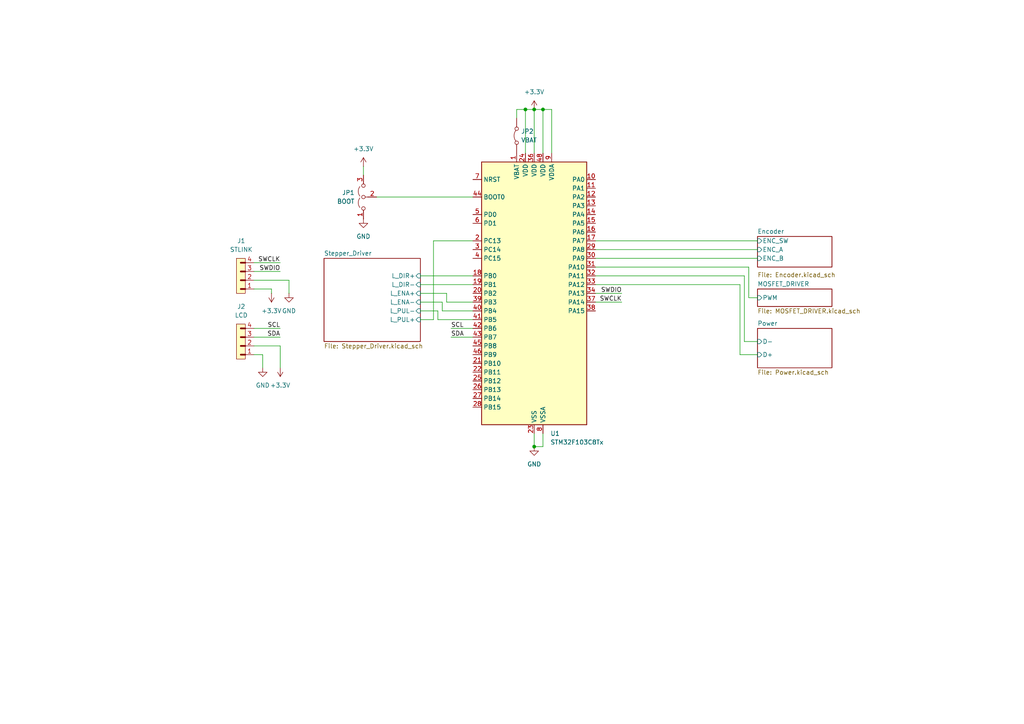
<source format=kicad_sch>
(kicad_sch (version 20250114) (generator "eeschema") (generator_version "9.0")
  (paper "A4")
  (title_block (title "Power"))
  (lib_symbols
    (symbol "Jumper:Jumper_2_Bridged" (pin_numbers (hide yes)) (pin_names (offset 0) (hide yes))
      (property "Reference" "JP" (at 0 1.905 0))
      (property "Value" "Jumper_2_Bridged" (at 0 -2.54 0))
      (symbol "Jumper_2_Bridged_0_0"
        (circle (center -2.032 0) (radius 0.508))
        (circle (center 2.032 0) (radius 0.508))
      )
      (symbol "Jumper_2_Bridged_0_1"
        (arc (start -1.524 0.254) (mid 0 0.762) (end 1.524 0.254))
      )
      (symbol "Jumper_2_Bridged_1_1"
        (pin passive line (at -5.08 0 0) (length 2.54) (name "A") (number "1"))
        (pin passive line (at 5.08 0 180) (length 2.54) (name "B") (number "2"))
      )
    )
    (symbol "Jumper:Jumper_3_Open" (pin_names (offset 0) (hide yes)) (in_bom no)
      (property "Reference" "JP" (at -2.54 -2.54 0))
      (property "Value" "Jumper_3_Open" (at 0 2.794 0))
      (symbol "Jumper_3_Open_0_0"
        (circle (center -3.302 0) (radius 0.508))
        (circle (center 0 0) (radius 0.508))
        (circle (center 3.302 0) (radius 0.508))
      )
      (symbol "Jumper_3_Open_0_1"
        (arc (start -3.048 1.016) (mid -1.651 1.4992) (end -0.254 1.016))
        (polyline (pts (xy 0 -0.508) (xy 0 -1.27)))
        (arc (start 0.254 1.016) (mid 1.651 1.4992) (end 3.048 1.016))
      )
      (symbol "Jumper_3_Open_1_1"
        (pin passive line (at -6.35 0 0) (length 2.54) (name "A") (number "1"))
        (pin passive line (at 0 -3.81 90) (length 2.54) (name "C") (number "2"))
        (pin passive line (at 6.35 0 180) (length 2.54) (name "B") (number "3"))
      )
    )
    (symbol "MCU_ST_STM32F1:STM32F103C8Tx"
      (property "Reference" "U" (at -15.24 39.37 0))
      (property "Value" "STM32F103C8Tx" (at 7.62 39.37 0))
      (symbol "STM32F103C8Tx_0_1"
        (rectangle (start -15.24 -38.1) (end 15.24 38.1) (stroke (width 0.254)) (fill (type background)))
      )
      (symbol "STM32F103C8Tx_1_1"
        (pin input line (at -17.78 33.02 0) (length 2.54) (name "NRST") (number "7"))
        (pin input line (at -17.78 27.94 0) (length 2.54) (name "BOOT0") (number "44"))
        (pin bidirectional line (at -17.78 22.86 0) (length 2.54) (name "PD0") (number "5"))
        (pin bidirectional line (at -17.78 20.32 0) (length 2.54) (name "PD1") (number "6"))
        (pin bidirectional line (at -17.78 15.24 0) (length 2.54) (name "PC13") (number "2"))
        (pin bidirectional line (at -17.78 12.7 0) (length 2.54) (name "PC14") (number "3"))
        (pin bidirectional line (at -17.78 10.16 0) (length 2.54) (name "PC15") (number "4"))
        (pin bidirectional line (at -17.78 5.08 0) (length 2.54) (name "PB0") (number "18"))
        (pin bidirectional line (at -17.78 2.54 0) (length 2.54) (name "PB1") (number "19"))
        (pin bidirectional line (at -17.78 0 0) (length 2.54) (name "PB2") (number "20"))
        (pin bidirectional line (at -17.78 -2.54 0) (length 2.54) (name "PB3") (number "39"))
        (pin bidirectional line (at -17.78 -5.08 0) (length 2.54) (name "PB4") (number "40"))
        (pin bidirectional line (at -17.78 -7.62 0) (length 2.54) (name "PB5") (number "41"))
        (pin bidirectional line (at -17.78 -10.16 0) (length 2.54) (name "PB6") (number "42"))
        (pin bidirectional line (at -17.78 -12.7 0) (length 2.54) (name "PB7") (number "43"))
        (pin bidirectional line (at -17.78 -15.24 0) (length 2.54) (name "PB8") (number "45"))
        (pin bidirectional line (at -17.78 -17.78 0) (length 2.54) (name "PB9") (number "46"))
        (pin bidirectional line (at -17.78 -20.32 0) (length 2.54) (name "PB10") (number "21"))
        (pin bidirectional line (at -17.78 -22.86 0) (length 2.54) (name "PB11") (number "22"))
        (pin bidirectional line (at -17.78 -25.4 0) (length 2.54) (name "PB12") (number "25"))
        (pin bidirectional line (at -17.78 -27.94 0) (length 2.54) (name "PB13") (number "26"))
        (pin bidirectional line (at -17.78 -30.48 0) (length 2.54) (name "PB14") (number "27"))
        (pin bidirectional line (at -17.78 -33.02 0) (length 2.54) (name "PB15") (number "28"))
        (pin power_in line (at -5.08 40.64 270) (length 2.54) (name "VBAT") (number "1"))
        (pin power_in line (at -2.54 40.64 270) (length 2.54) (name "VDD") (number "24"))
        (pin power_in line (at 0 40.64 270) (length 2.54) (name "VDD") (number "36"))
        (pin power_in line (at 0 -40.64 90) (length 2.54) (name "VSS") (number "23"))
        (pin passive line (at 0 -40.64 90) (length 2.54) (hide yes) (name "VSS") (number "35"))
        (pin passive line (at 0 -40.64 90) (length 2.54) (hide yes) (name "VSS") (number "47"))
        (pin power_in line (at 2.54 40.64 270) (length 2.54) (name "VDD") (number "48"))
        (pin power_in line (at 2.54 -40.64 90) (length 2.54) (name "VSSA") (number "8"))
        (pin power_in line (at 5.08 40.64 270) (length 2.54) (name "VDDA") (number "9"))
        (pin bidirectional line (at 17.78 33.02 180) (length 2.54) (name "PA0") (number "10"))
        (pin bidirectional line (at 17.78 30.48 180) (length 2.54) (name "PA1") (number "11"))
        (pin bidirectional line (at 17.78 27.94 180) (length 2.54) (name "PA2") (number "12"))
        (pin bidirectional line (at 17.78 25.4 180) (length 2.54) (name "PA3") (number "13"))
        (pin bidirectional line (at 17.78 22.86 180) (length 2.54) (name "PA4") (number "14"))
        (pin bidirectional line (at 17.78 20.32 180) (length 2.54) (name "PA5") (number "15"))
        (pin bidirectional line (at 17.78 17.78 180) (length 2.54) (name "PA6") (number "16"))
        (pin bidirectional line (at 17.78 15.24 180) (length 2.54) (name "PA7") (number "17"))
        (pin bidirectional line (at 17.78 12.7 180) (length 2.54) (name "PA8") (number "29"))
        (pin bidirectional line (at 17.78 10.16 180) (length 2.54) (name "PA9") (number "30"))
        (pin bidirectional line (at 17.78 7.62 180) (length 2.54) (name "PA10") (number "31"))
        (pin bidirectional line (at 17.78 5.08 180) (length 2.54) (name "PA11") (number "32"))
        (pin bidirectional line (at 17.78 2.54 180) (length 2.54) (name "PA12") (number "33"))
        (pin bidirectional line (at 17.78 0 180) (length 2.54) (name "PA13") (number "34"))
        (pin bidirectional line (at 17.78 -2.54 180) (length 2.54) (name "PA14") (number "37"))
        (pin bidirectional line (at 17.78 -5.08 180) (length 2.54) (name "PA15") (number "38"))
      )
    )
    (symbol "PCM_SL_Pin_Headers:PINHD_1x4_Male"
      (property "Reference" "J" (at 0 8.89 0))
      (property "Value" "PINHD_1x4_Male" (at 0 6.35 0))
      (symbol "PINHD_1x4_Male_0_1"
        (rectangle (start -1.27 5.08) (end 1.27 -5.08) (fill (type background)))
        (polyline (pts (xy -1.27 3.81) (xy 0 3.81)) (stroke (width 0.3)))
        (polyline (pts (xy -1.27 3.81) (xy 0 3.81)) (stroke (width 0.5)))
        (polyline (pts (xy -1.27 1.27) (xy 0 1.27)) (stroke (width 0.3)))
        (polyline (pts (xy -1.27 1.27) (xy 0 1.27)) (stroke (width 0.5)))
        (polyline (pts (xy -1.27 -1.27) (xy 0 -1.27)) (stroke (width 0.3)))
        (polyline (pts (xy -1.27 -1.27) (xy 0 -1.27)) (stroke (width 0.5)))
        (polyline (pts (xy -1.27 -3.81) (xy 0 -3.81)) (stroke (width 0.3)))
        (polyline (pts (xy -1.27 -3.81) (xy 0 -3.81)) (stroke (width 0.5)))
      )
      (symbol "PINHD_1x4_Male_1_1"
        (pin passive line (at -3.81 3.81 0) (length 2.54) (name "") (number "1"))
        (pin passive line (at -3.81 1.27 0) (length 2.54) (name "") (number "2"))
        (pin passive line (at -3.81 -1.27 0) (length 2.54) (name "") (number "3"))
        (pin passive line (at -3.81 -3.81 0) (length 2.54) (name "") (number "4"))
      )
    )
    (symbol "power:+3.3V" (power) (pin_numbers (hide yes)) (pin_names (offset 0) (hide yes))
      (property "Value" "+3.3V" (at 0 3.556 0))
      (symbol "+3.3V_0_1"
        (polyline (pts (xy -0.762 1.27) (xy 0 2.54)))
        (polyline (pts (xy 0 2.54) (xy 0.762 1.27)))
        (polyline (pts (xy 0 0) (xy 0 2.54)))
      )
      (symbol "+3.3V_1_1"
        (pin power_in line (at 0 0 90) (length 0) (name "~") (number "1"))
      )
    )
    (symbol "power:GND" (power) (pin_numbers (hide yes)) (pin_names (offset 0) (hide yes))
      (property "Value" "GND" (at 0 -3.81 0))
      (symbol "GND_0_1"
        (polyline (pts (xy 0 0) (xy 0 -1.27) (xy 1.27 -1.27) (xy 0 -2.54) (xy -1.27 -1.27) (xy 0 -1.27)))
      )
      (symbol "GND_1_1"
        (pin power_in line (at 0 0 270) (length 0) (name "~") (number "1"))
      )
    )
  )
  (junction (at 157.48 31.75))
  (junction (at 154.94 31.75))
  (junction (at 152.4 31.75))
  (junction (at 154.94 129.54))
  (wire (pts (xy 172.72 74.93) (xy 219.71 74.93)))
  (wire (pts (xy 149.86 31.75) (xy 152.4 31.75)))
  (wire (pts (xy 121.92 80.01) (xy 137.16 80.01)))
  (wire (pts (xy 157.48 31.75) (xy 154.94 31.75)))
  (wire (pts (xy 125.73 69.85) (xy 137.16 69.85)))
  (wire (pts (xy 172.72 72.39) (xy 219.71 72.39)))
  (wire (pts (xy 81.28 106.68) (xy 81.28 100.33)))
  (wire (pts (xy 129.54 85.09) (xy 129.54 87.63)))
  (wire (pts (xy 83.82 81.28) (xy 73.66 81.28)))
  (wire (pts (xy 129.54 87.63) (xy 137.16 87.63)))
  (wire (pts (xy 121.92 85.09) (xy 129.54 85.09)))
  (wire (pts (xy 217.17 86.36) (xy 219.71 86.36)))
  (wire (pts (xy 217.17 77.47) (xy 217.17 86.36)))
  (wire (pts (xy 157.48 31.75) (xy 157.48 44.45)))
  (wire (pts (xy 149.86 34.29) (xy 149.86 31.75)))
  (wire (pts (xy 160.02 44.45) (xy 160.02 31.75)))
  (wire (pts (xy 109.22 57.15) (xy 137.16 57.15)))
  (wire (pts (xy 172.72 69.85) (xy 219.71 69.85)))
  (wire (pts (xy 81.28 97.79) (xy 73.66 97.79)))
  (wire (pts (xy 130.81 95.25) (xy 137.16 95.25)))
  (wire (pts (xy 127 92.71) (xy 127 90.17)))
  (wire (pts (xy 157.48 129.54) (xy 154.94 129.54)))
  (wire (pts (xy 219.71 102.87) (xy 214.63 102.87)))
  (wire (pts (xy 83.82 85.09) (xy 83.82 81.28)))
  (wire (pts (xy 160.02 31.75) (xy 157.48 31.75)))
  (wire (pts (xy 73.66 100.33) (xy 81.28 100.33)))
  (wire (pts (xy 76.2 106.68) (xy 76.2 102.87)))
  (wire (pts (xy 128.27 87.63) (xy 128.27 90.17)))
  (wire (pts (xy 152.4 44.45) (xy 152.4 31.75)))
  (wire (pts (xy 127 90.17) (xy 121.92 90.17)))
  (wire (pts (xy 217.17 77.47) (xy 172.72 77.47)))
  (wire (pts (xy 172.72 87.63) (xy 180.34 87.63)))
  (wire (pts (xy 105.41 48.26) (xy 105.41 50.8)))
  (wire (pts (xy 215.9 99.06) (xy 219.71 99.06)))
  (wire (pts (xy 73.66 76.2) (xy 81.28 76.2)))
  (wire (pts (xy 214.63 102.87) (xy 214.63 82.55)))
  (wire (pts (xy 215.9 80.01) (xy 215.9 99.06)))
  (wire (pts (xy 172.72 85.09) (xy 180.34 85.09)))
  (wire (pts (xy 76.2 102.87) (xy 73.66 102.87)))
  (wire (pts (xy 121.92 87.63) (xy 128.27 87.63)))
  (wire (pts (xy 154.94 125.73) (xy 154.94 129.54)))
  (wire (pts (xy 78.74 83.82) (xy 78.74 85.09)))
  (wire (pts (xy 172.72 80.01) (xy 215.9 80.01)))
  (wire (pts (xy 121.92 92.71) (xy 125.73 92.71)))
  (wire (pts (xy 121.92 82.55) (xy 137.16 82.55)))
  (wire (pts (xy 157.48 125.73) (xy 157.48 129.54)))
  (wire (pts (xy 137.16 92.71) (xy 127 92.71)))
  (wire (pts (xy 214.63 82.55) (xy 172.72 82.55)))
  (wire (pts (xy 73.66 78.74) (xy 81.28 78.74)))
  (wire (pts (xy 125.73 92.71) (xy 125.73 69.85)))
  (wire (pts (xy 128.27 90.17) (xy 137.16 90.17)))
  (wire (pts (xy 78.74 83.82) (xy 73.66 83.82)))
  (wire (pts (xy 154.94 31.75) (xy 154.94 44.45)))
  (wire (pts (xy 130.81 97.79) (xy 137.16 97.79)))
  (wire (pts (xy 152.4 31.75) (xy 154.94 31.75)))
  (wire (pts (xy 81.28 95.25) (xy 73.66 95.25)))
  (label "SDA" (at 130.81 97.79 0))
  (label "SWDIO" (at 81.28 78.74 180))
  (label "SWDIO" (at 180.34 85.09 180))
  (label "SWCLK" (at 81.28 76.2 180))
  (label "SDA" (at 81.28 97.79 180))
  (label "SCL" (at 81.28 95.25 180))
  (label "SCL" (at 130.81 95.25 0))
  (label "SWCLK" (at 180.34 87.63 180))
  (symbol (lib_id "power:GND") (at 105.41 63.5 0) (unit 1)
    (property "Reference" "#PWR08" (effects (hide yes)))
    (property "Value" "GND" (at 105.41 68.58 0))
    (property "Description" "Power symbol creates a global label with name \"GND\" , ground" (effects (hide yes)))
  )
  (symbol (lib_id "PCM_SL_Pin_Headers:PINHD_1x4_Male") (at 69.85 80.01 180) (unit 1)
    (property "Reference" "J1" (at 69.975 69.85 0))
    (property "Value" "STLINK" (at 69.975 72.39 0))
    (property "Footprint" "Connector_PinHeader_2.54mm:PinHeader_1x04_P2.54mm_Vertical" (effects (hide yes)))
    (property "Description" "Pin Header male with pin space 2.54mm. Pin Count -4" (effects (hide yes)))
  )
  (symbol (lib_id "power:+3.3V") (at 78.74 85.09 180) (unit 1)
    (property "Reference" "#PWR02" (effects (hide yes)))
    (property "Value" "+3.3V" (at 78.74 90.17 0))
    (property "Description" "Power symbol creates a global label with name \"+3.3V\"" (effects (hide yes)))
  )
  (symbol (lib_id "Jumper:Jumper_2_Bridged") (at 149.86 39.37 90) (unit 1)
    (property "Reference" "JP2" (at 151.13 38.0999 90) (effects (justify right)))
    (property "Value" "VBAT" (at 151.13 40.6399 90) (effects (justify right)))
    (property "Footprint" "PCM_4ms_SolderJumper:JUMPER_SMD_1x2" (effects (hide yes)))
    (property "Description" "Jumper, 2-pole, closed/bridged" (effects (hide yes)))
  )
  (symbol (lib_id "PCM_SL_Pin_Headers:PINHD_1x4_Male") (at 69.85 99.06 180) (unit 1)
    (property "Reference" "J2" (at 69.975 88.9 0))
    (property "Value" "LCD" (at 69.975 91.44 0))
    (property "Footprint" "Connector_PinHeader_2.54mm:PinHeader_1x04_P2.54mm_Vertical" (effects (hide yes)))
    (property "Description" "Pin Header male with pin space 2.54mm. Pin Count -4" (effects (hide yes)))
  )
  (symbol (lib_id "power:GND") (at 154.94 129.54 0) (unit 1)
    (property "Reference" "#PWR06" (effects (hide yes)))
    (property "Value" "GND" (at 154.94 134.62 0))
    (property "Description" "Power symbol creates a global label with name \"GND\" , ground" (effects (hide yes)))
  )
  (symbol (lib_id "MCU_ST_STM32F1:STM32F103C8Tx") (at 154.94 85.09 0) (unit 1)
    (property "Reference" "U1" (at 159.6233 125.73 0) (effects (justify left)))
    (property "Value" "STM32F103C8Tx" (at 159.6233 128.27 0) (effects (justify left)))
    (property "Footprint" "Package_QFP:LQFP-48_7x7mm_P0.5mm" (effects (hide yes)))
    (property "Datasheet" "https://www.st.com/resource/en/datasheet/stm32f103c8.pdf" (effects (hide yes)))
    (property "Description" "STMicroelectronics Arm Cortex-M3 MCU, 64KB flash, 20KB RAM, 72 MHz, 2.0-3.6V, 37 GPIO, LQFP48" (effects (hide yes)))
  )
  (symbol (lib_id "power:GND") (at 83.82 85.09 0) (unit 1)
    (property "Reference" "#PWR04" (effects (hide yes)))
    (property "Value" "GND" (at 83.82 90.17 0))
    (property "Description" "Power symbol creates a global label with name \"GND\" , ground" (effects (hide yes)))
  )
  (symbol (lib_id "power:+3.3V") (at 154.94 31.75 0) (unit 1)
    (property "Reference" "#PWR05" (effects (hide yes)))
    (property "Value" "+3.3V" (at 154.94 26.67 0))
    (property "Description" "Power symbol creates a global label with name \"+3.3V\"" (effects (hide yes)))
  )
  (symbol (lib_id "power:+3.3V") (at 81.28 106.68 180) (unit 1)
    (property "Reference" "#PWR03" (effects (hide yes)))
    (property "Value" "+3.3V" (at 81.28 111.76 0))
    (property "Description" "Power symbol creates a global label with name \"+3.3V\"" (effects (hide yes)))
  )
  (symbol (lib_id "power:+3.3V") (at 105.41 48.26 0) (unit 1)
    (property "Reference" "#PWR07" (effects (hide yes)))
    (property "Value" "+3.3V" (at 105.41 43.18 0))
    (property "Description" "Power symbol creates a global label with name \"+3.3V\"" (effects (hide yes)))
  )
  (symbol (lib_id "Jumper:Jumper_3_Open") (at 105.41 57.15 90) (unit 1) (in_bom no)
    (property "Reference" "JP1" (at 102.87 55.8799 90) (effects (justify left)))
    (property "Value" "BOOT" (at 102.87 58.4199 90) (effects (justify left)))
    (property "Footprint" "PCM_4ms_SolderJumper:JUMPER_SMD_1x3" (effects (hide yes)))
    (property "Description" "Jumper, 3-pole, both open" (effects (hide yes)))
  )
  (symbol (lib_id "power:GND") (at 76.2 106.68 0) (unit 1)
    (property "Reference" "#PWR01" (effects (hide yes)))
    (property "Value" "GND" (at 76.2 111.76 0))
    (property "Description" "Power symbol creates a global label with name \"GND\" , ground" (effects (hide yes)))
  )
  (sheet (at 219.71 83.82) (size 21.59 5.08) (stroke (width 0.1524))
    (property "Sheetname" "MOSFET_DRIVER" (at 219.71 83.1084 0) (effects (justify left bottom)))
    (property "Sheetfile" "MOSFET_DRIVER.kicad_sch" (at 219.71 89.4846 0) (effects (justify left top)))
    (pin "PWM" input (at 219.71 86.36 180))
  )
  (sheet (at 219.71 68.58) (size 21.59 8.89) (stroke (width 0.1524))
    (property "Sheetname" "Encoder" (at 219.71 67.8684 0) (effects (justify left bottom)))
    (property "Sheetfile" "Encoder.kicad_sch" (at 219.71 78.994 0) (effects (justify left top)))
    (pin "ENC_A" input (at 219.71 72.39 180))
    (pin "ENC_B" input (at 219.71 74.93 180))
    (pin "ENC_SW" input (at 219.71 69.85 180))
  )
  (sheet (at 93.98 74.93) (size 27.94 24.13) (stroke (width 0.1524))
    (property "Sheetname" "Stepper_Driver" (at 93.98 74.2184 0) (effects (justify left bottom)))
    (property "Sheetfile" "Stepper_Driver.kicad_sch" (at 93.98 99.6446 0) (effects (justify left top)))
    (pin "L_DIR+" input (at 121.92 80.01 0))
    (pin "L_DIR-" input (at 121.92 82.55 0))
    (pin "L_ENA+" input (at 121.92 85.09 0))
    (pin "L_ENA-" input (at 121.92 87.63 0))
    (pin "L_PUL-" input (at 121.92 90.17 0))
    (pin "L_PUL+" input (at 121.92 92.71 0))
  )
  (sheet (at 219.71 95.25) (size 21.59 11.43) (stroke (width 0.1524))
    (property "Sheetname" "Power" (at 219.71 94.5384 0) (effects (justify left bottom)))
    (property "Sheetfile" "Power.kicad_sch" (at 219.71 107.2646 0) (effects (justify left top)))
    (pin "D+" input (at 219.71 102.87 180))
    (pin "D-" input (at 219.71 99.06 180))
  )
)
</source>
